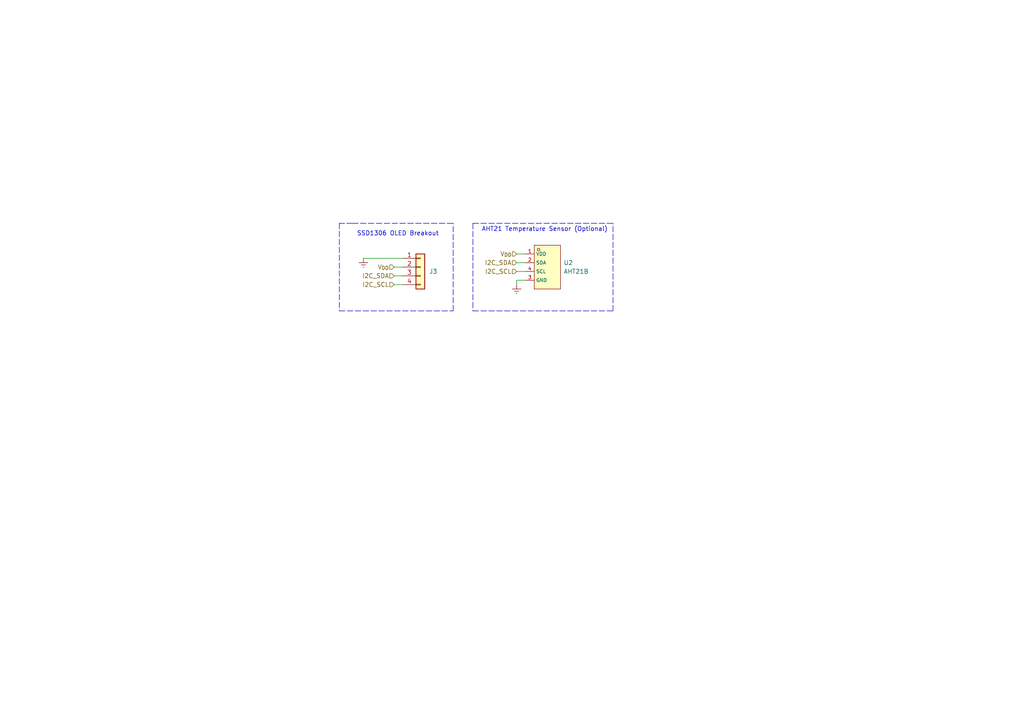
<source format=kicad_sch>
(kicad_sch (version 20211123) (generator eeschema)
  (paper "A4")
  (title_block (title "IoT LED Strip Driver") (date "2023-05-03") (rev "v0.9") (comment 1 "A modular, internet connected driver for 5050 style LED strips"))
  (lib_symbols
    (symbol "AHT21B:AHT21B"
      (property "Reference" "U" (at 0 1.27 0))
      (property "Value" "AHT21B" (at 0 -2.54 0))
      (symbol "AHT21B_0_1"
        (rectangle (start -2.54 6.35) (end 5.08 -6.35) (fill (type background)))
        (circle (center -1.27 5.08) (radius 0.381) (fill (type background)))
        (pin unspecified line (at -5.08 3.81 0) (length 2.54) (name "VDD") (number "1"))
        (pin unspecified line (at -5.08 1.27 0) (length 2.54) (name "SDA") (number "2"))
        (pin unspecified line (at -5.08 -3.81 0) (length 2.54) (name "GND") (number "3"))
        (pin unspecified line (at -5.08 -1.27 0) (length 2.54) (name "SCL") (number "4"))
      )
    )
    (symbol "Connector_Generic:Conn_01x04" (pin_names (offset 1.016) hide)
      (property "Reference" "J" (at 0 5.08 0))
      (property "Value" "Conn_01x04" (at 0 -7.62 0))
      (symbol "Conn_01x04_1_1"
        (rectangle (start -1.27 -4.953) (end 0 -5.207) (stroke (width 0.1524)))
        (rectangle (start -1.27 -2.413) (end 0 -2.667) (stroke (width 0.1524)))
        (rectangle (start -1.27 0.127) (end 0 -0.127) (stroke (width 0.1524)))
        (rectangle (start -1.27 2.667) (end 0 2.413) (stroke (width 0.1524)))
        (rectangle (start -1.27 3.81) (end 1.27 -6.35) (stroke (width 0.254)) (fill (type background)))
        (pin passive line (at -5.08 2.54 0) (length 3.81) (name "Pin_1") (number "1"))
        (pin passive line (at -5.08 0 0) (length 3.81) (name "Pin_2") (number "2"))
        (pin passive line (at -5.08 -2.54 0) (length 3.81) (name "Pin_3") (number "3"))
        (pin passive line (at -5.08 -5.08 0) (length 3.81) (name "Pin_4") (number "4"))
      )
    )
    (symbol "power:Earth" (power) (pin_names (offset 0))
      (symbol "Earth_0_1"
        (polyline (pts (xy -0.635 -1.905) (xy 0.635 -1.905)))
        (polyline (pts (xy -0.127 -2.54) (xy 0.127 -2.54)))
        (polyline (pts (xy 0 -1.27) (xy 0 0)))
        (polyline (pts (xy 1.27 -1.27) (xy -1.27 -1.27)))
      )
      (symbol "Earth_1_1"
        (pin power_in line (at 0 0 270) (length 0) hide (name "Earth") (number "1"))
      )
    )
  )
  (polyline (pts (xy 131.445 90.17) (xy 131.445 64.77)))
  (wire (pts (xy 149.86 78.74) (xy 152.4 78.74)))
  (wire (pts (xy 114.3 82.55) (xy 116.84 82.55)))
  (polyline (pts (xy 177.8 90.17) (xy 177.8 64.77)))
  (polyline (pts (xy 98.425 64.77) (xy 98.425 90.17)))
  (polyline (pts (xy 137.16 64.77) (xy 137.16 90.17)))
  (polyline (pts (xy 102.235 64.77) (xy 131.445 64.77)))
  (polyline (pts (xy 102.235 64.77) (xy 98.425 64.77)))
  (polyline (pts (xy 98.425 90.17) (xy 131.445 90.17)))
  (polyline (pts (xy 137.16 64.77) (xy 177.8 64.77)))
  (wire (pts (xy 149.86 76.2) (xy 152.4 76.2)))
  (wire (pts (xy 149.86 82.55) (xy 149.86 81.28)))
  (wire (pts (xy 114.3 77.47) (xy 116.84 77.47)))
  (wire (pts (xy 149.86 81.28) (xy 152.4 81.28)))
  (wire (pts (xy 105.41 74.93) (xy 116.84 74.93)))
  (polyline (pts (xy 137.16 90.17) (xy 177.8 90.17)))
  (wire (pts (xy 114.3 80.01) (xy 116.84 80.01)))
  (wire (pts (xy 149.86 73.66) (xy 152.4 73.66)))
  (text "AHT21 Temperature Sensor (Optional)\n" (at 139.7 67.31 0) (effects (font (size 1.27 1.27)) (justify left bottom)))
  (text "SSD1306 OLED Breakout\n" (at 103.505 68.58 0) (effects (font (size 1.27 1.27)) (justify left bottom)))
  (hierarchical_label "I2C_SDA" (shape input) (at 149.86 76.2 180))
  (hierarchical_label "I2C_SDA" (shape input) (at 114.3 80.01 180))
  (hierarchical_label "I2C_SCL" (shape input) (at 149.86 78.74 180))
  (hierarchical_label "V_{DD}" (shape input) (at 114.3 77.47 180))
  (hierarchical_label "I2C_SCL" (shape input) (at 114.3 82.55 180))
  (hierarchical_label "V_{DD}" (shape input) (at 149.86 73.66 180))
  (symbol (lib_id "power:Earth") (at 149.86 82.55 0) (unit 1)
    (property "Reference" "#PWR021" (effects hide))
    (property "Value" "Earth" (effects hide))
  )
  (symbol (lib_id "power:Earth") (at 105.41 74.93 0) (unit 1)
    (property "Reference" "#PWR042" (effects hide))
    (property "Value" "Earth" (effects hide))
  )
  (symbol (lib_id "Connector_Generic:Conn_01x04") (at 121.92 77.47 0) (unit 1) (in_bom no)
    (property "Reference" "J3" (at 124.46 78.7399 0) (effects (justify left)))
    (property "Value" "Conn_01x04" (effects hide))
    (property "Footprint" "Connector_PinHeader_2.54mm:PinHeader_1x04_P2.54mm_Vertical" (effects hide))
  )
  (symbol (lib_id "AHT21B:AHT21B") (at 157.48 77.47 0) (unit 1)
    (property "Reference" "U2" (at 163.449 76.1999 0) (effects (justify left)))
    (property "Value" "AHT21B" (at 163.449 78.7399 0) (effects (justify left)))
    (property "Footprint" "footprint:SENSOR-TH_AHT21B" (effects hide))
    (property "Datasheet" "https://item.szlcsc.com/375166.html" (effects hide))
    (property "LCSC" "C3012624" (effects hide))
  )
)
</source>
